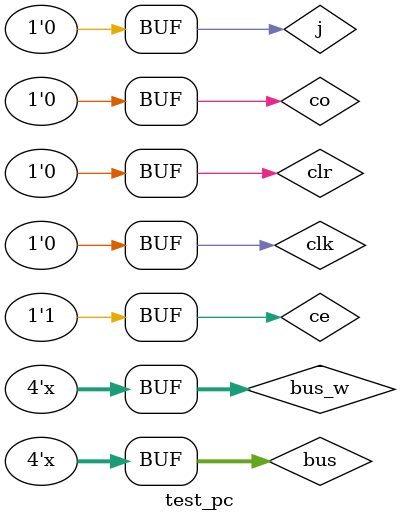
<source format=sv>
module test_pc;
  parameter A=4;
  reg  [A-1:0] bus;  wire [A-1:0] bus_w; assign bus_w=bus;
  reg          clr;
  reg          clk;
  reg          ce;
  reg          j;
  reg          co;
  wire [A-1:0] pcval;

  // Instantiate design under test
  program_counter #(.A(A)) dut (
    .bus(bus_w),
    .clr_(~clr),
    .clk(clk),
    .ce(ce),
    .j_(~j),
    .co_(~co),
    .pcval(pcval)
  );
          
  initial begin
    // Dump waves
    $dumpfile("test_pc.vcd");
    $dumpvars(1);
    
    clk=0;
    clr=1;
    j=0;
    ce=0;
    co=0;
    bus=4'bz;
    #1 clk=1; #1 clk=0;
    clr=0;
    ce=1;
    #1 clk=1; #1 clk=0;
    #1 clk=1; #1 clk=0;
    #1 clk=1; #1 clk=0;
    #1 clk=1; #1 clk=0;
    #1 clk=1; #1 clk=0;
    #1 clk=1; #1 clk=0;
    co=1;
    #1 clk=1; #1 clk=0;
    #1 clk=1; #1 clk=0;
    #1 clk=1; #1 clk=0;
    #1 clk=1; #1 clk=0;
    co=0;
    #1 clk=1; #1 clk=0;
    ce=0;
    bus=4'b0101;
    j=1;
    #1 clk=1; #1 clk=0;
    j=0;
    bus=4'bz;
    #1 clk=1; #1 clk=0;
    ce=1;
    #1 clk=1; #1 clk=0;
    #1 clk=1; #1 clk=0;
    #1 clk=1; #1 clk=0;
    #1 clk=1; #1 clk=0;
    #1 clk=1; #1 clk=0;
    #1 clk=1; #1 clk=0;
    #1 clk=1; #1 clk=0;
    #1 clk=1; #1 clk=0;
    #1 clk=1; #1 clk=0;
    #1 clk=1; #1 clk=0;
    #1 clk=1; #1 clk=0;
    #1 clk=1; #1 clk=0;
    #1 clk=1; #1 clk=0;
    #1 clk=1; #1 clk=0;
    #1 clk=1; #1 clk=0;
  end
  
endmodule



</source>
